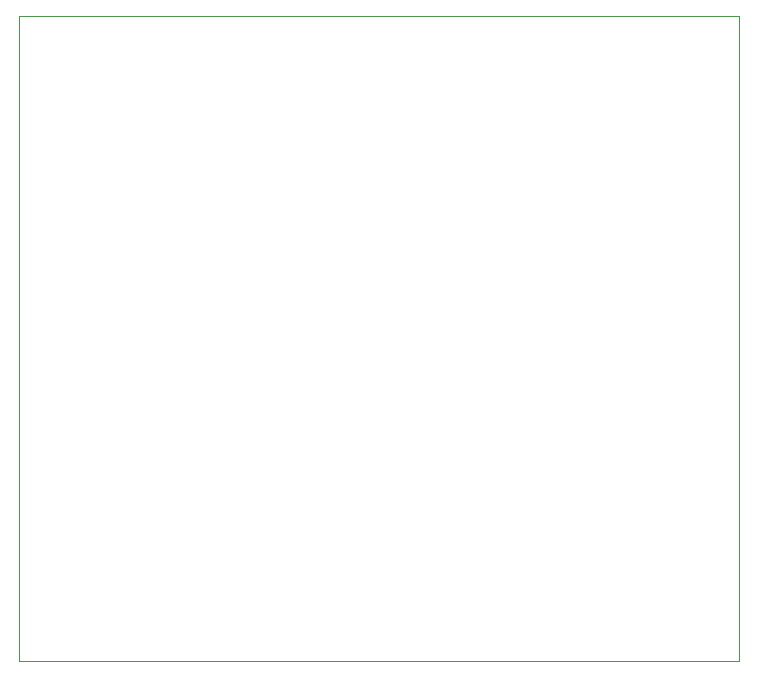
<source format=gm1>
G04 #@! TF.GenerationSoftware,KiCad,Pcbnew,(5.1.12)-1*
G04 #@! TF.CreationDate,2022-05-09T21:24:08+02:00*
G04 #@! TF.ProjectId,EPROM-Shield,4550524f-4d2d-4536-9869-656c642e6b69,rev?*
G04 #@! TF.SameCoordinates,Original*
G04 #@! TF.FileFunction,Profile,NP*
%FSLAX46Y46*%
G04 Gerber Fmt 4.6, Leading zero omitted, Abs format (unit mm)*
G04 Created by KiCad (PCBNEW (5.1.12)-1) date 2022-05-09 21:24:08*
%MOMM*%
%LPD*%
G01*
G04 APERTURE LIST*
G04 #@! TA.AperFunction,Profile*
%ADD10C,0.100000*%
G04 #@! TD*
G04 APERTURE END LIST*
D10*
X147320000Y-68580000D02*
X147320000Y-123190000D01*
X86360000Y-68580000D02*
X147320000Y-68580000D01*
X86360000Y-123190000D02*
X86360000Y-68580000D01*
X147320000Y-123190000D02*
X86360000Y-123190000D01*
M02*

</source>
